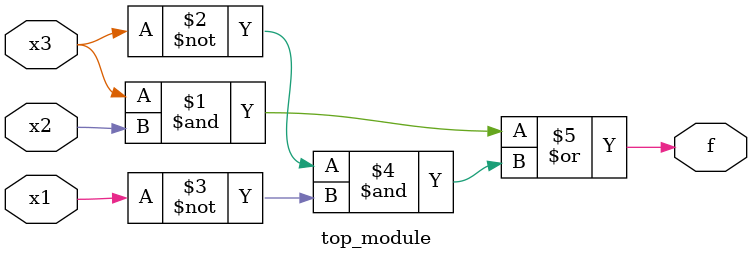
<source format=sv>
module top_module (
	input x3,
	input x2,
	input x1,
	output f
);

	assign f = (x3 & x2) | (~x3 & ~x1);

endmodule

</source>
